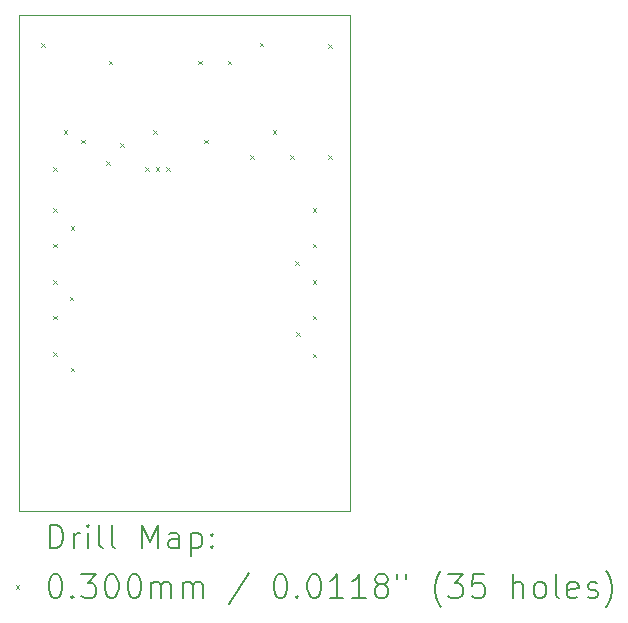
<source format=gbr>
%TF.GenerationSoftware,KiCad,Pcbnew,8.0.3*%
%TF.CreationDate,2024-07-14T16:13:25+03:00*%
%TF.ProjectId,TFT_Adapter,5446545f-4164-4617-9074-65722e6b6963,rev?*%
%TF.SameCoordinates,Original*%
%TF.FileFunction,Drillmap*%
%TF.FilePolarity,Positive*%
%FSLAX45Y45*%
G04 Gerber Fmt 4.5, Leading zero omitted, Abs format (unit mm)*
G04 Created by KiCad (PCBNEW 8.0.3) date 2024-07-14 16:13:25*
%MOMM*%
%LPD*%
G01*
G04 APERTURE LIST*
%ADD10C,0.050000*%
%ADD11C,0.200000*%
%ADD12C,0.100000*%
G04 APERTURE END LIST*
D10*
X13500000Y-5900000D02*
X16300000Y-5900000D01*
X16300000Y-10100000D01*
X13500000Y-10100000D01*
X13500000Y-5900000D01*
D11*
D12*
X13685000Y-6135000D02*
X13715000Y-6165000D01*
X13715000Y-6135000D02*
X13685000Y-6165000D01*
X13785000Y-7185000D02*
X13815000Y-7215000D01*
X13815000Y-7185000D02*
X13785000Y-7215000D01*
X13785000Y-7535000D02*
X13815000Y-7565000D01*
X13815000Y-7535000D02*
X13785000Y-7565000D01*
X13785000Y-7835000D02*
X13815000Y-7865000D01*
X13815000Y-7835000D02*
X13785000Y-7865000D01*
X13785000Y-8145000D02*
X13815000Y-8175000D01*
X13815000Y-8145000D02*
X13785000Y-8175000D01*
X13785000Y-8445000D02*
X13815000Y-8475000D01*
X13815000Y-8445000D02*
X13785000Y-8475000D01*
X13785000Y-8755000D02*
X13815000Y-8785000D01*
X13815000Y-8755000D02*
X13785000Y-8785000D01*
X13875000Y-6875000D02*
X13905000Y-6905000D01*
X13905000Y-6875000D02*
X13875000Y-6905000D01*
X13925000Y-8285000D02*
X13955000Y-8315000D01*
X13955000Y-8285000D02*
X13925000Y-8315000D01*
X13935000Y-7685000D02*
X13965000Y-7715000D01*
X13965000Y-7685000D02*
X13935000Y-7715000D01*
X13935000Y-8885000D02*
X13965000Y-8915000D01*
X13965000Y-8885000D02*
X13935000Y-8915000D01*
X14025000Y-6955000D02*
X14055000Y-6985000D01*
X14055000Y-6955000D02*
X14025000Y-6985000D01*
X14235000Y-7135000D02*
X14265000Y-7165000D01*
X14265000Y-7135000D02*
X14235000Y-7165000D01*
X14255000Y-6285000D02*
X14285000Y-6315000D01*
X14285000Y-6285000D02*
X14255000Y-6315000D01*
X14355000Y-6985000D02*
X14385000Y-7015000D01*
X14385000Y-6985000D02*
X14355000Y-7015000D01*
X14565000Y-7185000D02*
X14595000Y-7215000D01*
X14595000Y-7185000D02*
X14565000Y-7215000D01*
X14635000Y-6875000D02*
X14665000Y-6905000D01*
X14665000Y-6875000D02*
X14635000Y-6905000D01*
X14655000Y-7185000D02*
X14685000Y-7215000D01*
X14685000Y-7185000D02*
X14655000Y-7215000D01*
X14745000Y-7185000D02*
X14775000Y-7215000D01*
X14775000Y-7185000D02*
X14745000Y-7215000D01*
X15015000Y-6285000D02*
X15045000Y-6315000D01*
X15045000Y-6285000D02*
X15015000Y-6315000D01*
X15065000Y-6955000D02*
X15095000Y-6985000D01*
X15095000Y-6955000D02*
X15065000Y-6985000D01*
X15265000Y-6285000D02*
X15295000Y-6315000D01*
X15295000Y-6285000D02*
X15265000Y-6315000D01*
X15455000Y-7085000D02*
X15485000Y-7115000D01*
X15485000Y-7085000D02*
X15455000Y-7115000D01*
X15535000Y-6130950D02*
X15565000Y-6160950D01*
X15565000Y-6130950D02*
X15535000Y-6160950D01*
X15645000Y-6875000D02*
X15675000Y-6905000D01*
X15675000Y-6875000D02*
X15645000Y-6905000D01*
X15795000Y-7085000D02*
X15825000Y-7115000D01*
X15825000Y-7085000D02*
X15795000Y-7115000D01*
X15835000Y-7985000D02*
X15865000Y-8015000D01*
X15865000Y-7985000D02*
X15835000Y-8015000D01*
X15845000Y-8585000D02*
X15875000Y-8615000D01*
X15875000Y-8585000D02*
X15845000Y-8615000D01*
X15985000Y-7535000D02*
X16015000Y-7565000D01*
X16015000Y-7535000D02*
X15985000Y-7565000D01*
X15985000Y-7835000D02*
X16015000Y-7865000D01*
X16015000Y-7835000D02*
X15985000Y-7865000D01*
X15985000Y-8145000D02*
X16015000Y-8175000D01*
X16015000Y-8145000D02*
X15985000Y-8175000D01*
X15985000Y-8445000D02*
X16015000Y-8475000D01*
X16015000Y-8445000D02*
X15985000Y-8475000D01*
X15985000Y-8765000D02*
X16015000Y-8795000D01*
X16015000Y-8765000D02*
X15985000Y-8795000D01*
X16115000Y-6145000D02*
X16145000Y-6175000D01*
X16145000Y-6145000D02*
X16115000Y-6175000D01*
X16115000Y-7085000D02*
X16145000Y-7115000D01*
X16145000Y-7085000D02*
X16115000Y-7115000D01*
D11*
X13758277Y-10413984D02*
X13758277Y-10213984D01*
X13758277Y-10213984D02*
X13805896Y-10213984D01*
X13805896Y-10213984D02*
X13834467Y-10223508D01*
X13834467Y-10223508D02*
X13853515Y-10242555D01*
X13853515Y-10242555D02*
X13863039Y-10261603D01*
X13863039Y-10261603D02*
X13872562Y-10299698D01*
X13872562Y-10299698D02*
X13872562Y-10328270D01*
X13872562Y-10328270D02*
X13863039Y-10366365D01*
X13863039Y-10366365D02*
X13853515Y-10385412D01*
X13853515Y-10385412D02*
X13834467Y-10404460D01*
X13834467Y-10404460D02*
X13805896Y-10413984D01*
X13805896Y-10413984D02*
X13758277Y-10413984D01*
X13958277Y-10413984D02*
X13958277Y-10280650D01*
X13958277Y-10318746D02*
X13967801Y-10299698D01*
X13967801Y-10299698D02*
X13977324Y-10290174D01*
X13977324Y-10290174D02*
X13996372Y-10280650D01*
X13996372Y-10280650D02*
X14015420Y-10280650D01*
X14082086Y-10413984D02*
X14082086Y-10280650D01*
X14082086Y-10213984D02*
X14072562Y-10223508D01*
X14072562Y-10223508D02*
X14082086Y-10233031D01*
X14082086Y-10233031D02*
X14091610Y-10223508D01*
X14091610Y-10223508D02*
X14082086Y-10213984D01*
X14082086Y-10213984D02*
X14082086Y-10233031D01*
X14205896Y-10413984D02*
X14186848Y-10404460D01*
X14186848Y-10404460D02*
X14177324Y-10385412D01*
X14177324Y-10385412D02*
X14177324Y-10213984D01*
X14310658Y-10413984D02*
X14291610Y-10404460D01*
X14291610Y-10404460D02*
X14282086Y-10385412D01*
X14282086Y-10385412D02*
X14282086Y-10213984D01*
X14539229Y-10413984D02*
X14539229Y-10213984D01*
X14539229Y-10213984D02*
X14605896Y-10356841D01*
X14605896Y-10356841D02*
X14672562Y-10213984D01*
X14672562Y-10213984D02*
X14672562Y-10413984D01*
X14853515Y-10413984D02*
X14853515Y-10309222D01*
X14853515Y-10309222D02*
X14843991Y-10290174D01*
X14843991Y-10290174D02*
X14824943Y-10280650D01*
X14824943Y-10280650D02*
X14786848Y-10280650D01*
X14786848Y-10280650D02*
X14767801Y-10290174D01*
X14853515Y-10404460D02*
X14834467Y-10413984D01*
X14834467Y-10413984D02*
X14786848Y-10413984D01*
X14786848Y-10413984D02*
X14767801Y-10404460D01*
X14767801Y-10404460D02*
X14758277Y-10385412D01*
X14758277Y-10385412D02*
X14758277Y-10366365D01*
X14758277Y-10366365D02*
X14767801Y-10347317D01*
X14767801Y-10347317D02*
X14786848Y-10337793D01*
X14786848Y-10337793D02*
X14834467Y-10337793D01*
X14834467Y-10337793D02*
X14853515Y-10328270D01*
X14948753Y-10280650D02*
X14948753Y-10480650D01*
X14948753Y-10290174D02*
X14967801Y-10280650D01*
X14967801Y-10280650D02*
X15005896Y-10280650D01*
X15005896Y-10280650D02*
X15024943Y-10290174D01*
X15024943Y-10290174D02*
X15034467Y-10299698D01*
X15034467Y-10299698D02*
X15043991Y-10318746D01*
X15043991Y-10318746D02*
X15043991Y-10375889D01*
X15043991Y-10375889D02*
X15034467Y-10394936D01*
X15034467Y-10394936D02*
X15024943Y-10404460D01*
X15024943Y-10404460D02*
X15005896Y-10413984D01*
X15005896Y-10413984D02*
X14967801Y-10413984D01*
X14967801Y-10413984D02*
X14948753Y-10404460D01*
X15129705Y-10394936D02*
X15139229Y-10404460D01*
X15139229Y-10404460D02*
X15129705Y-10413984D01*
X15129705Y-10413984D02*
X15120182Y-10404460D01*
X15120182Y-10404460D02*
X15129705Y-10394936D01*
X15129705Y-10394936D02*
X15129705Y-10413984D01*
X15129705Y-10290174D02*
X15139229Y-10299698D01*
X15139229Y-10299698D02*
X15129705Y-10309222D01*
X15129705Y-10309222D02*
X15120182Y-10299698D01*
X15120182Y-10299698D02*
X15129705Y-10290174D01*
X15129705Y-10290174D02*
X15129705Y-10309222D01*
D12*
X13467500Y-10727500D02*
X13497500Y-10757500D01*
X13497500Y-10727500D02*
X13467500Y-10757500D01*
D11*
X13796372Y-10633984D02*
X13815420Y-10633984D01*
X13815420Y-10633984D02*
X13834467Y-10643508D01*
X13834467Y-10643508D02*
X13843991Y-10653031D01*
X13843991Y-10653031D02*
X13853515Y-10672079D01*
X13853515Y-10672079D02*
X13863039Y-10710174D01*
X13863039Y-10710174D02*
X13863039Y-10757793D01*
X13863039Y-10757793D02*
X13853515Y-10795889D01*
X13853515Y-10795889D02*
X13843991Y-10814936D01*
X13843991Y-10814936D02*
X13834467Y-10824460D01*
X13834467Y-10824460D02*
X13815420Y-10833984D01*
X13815420Y-10833984D02*
X13796372Y-10833984D01*
X13796372Y-10833984D02*
X13777324Y-10824460D01*
X13777324Y-10824460D02*
X13767801Y-10814936D01*
X13767801Y-10814936D02*
X13758277Y-10795889D01*
X13758277Y-10795889D02*
X13748753Y-10757793D01*
X13748753Y-10757793D02*
X13748753Y-10710174D01*
X13748753Y-10710174D02*
X13758277Y-10672079D01*
X13758277Y-10672079D02*
X13767801Y-10653031D01*
X13767801Y-10653031D02*
X13777324Y-10643508D01*
X13777324Y-10643508D02*
X13796372Y-10633984D01*
X13948753Y-10814936D02*
X13958277Y-10824460D01*
X13958277Y-10824460D02*
X13948753Y-10833984D01*
X13948753Y-10833984D02*
X13939229Y-10824460D01*
X13939229Y-10824460D02*
X13948753Y-10814936D01*
X13948753Y-10814936D02*
X13948753Y-10833984D01*
X14024943Y-10633984D02*
X14148753Y-10633984D01*
X14148753Y-10633984D02*
X14082086Y-10710174D01*
X14082086Y-10710174D02*
X14110658Y-10710174D01*
X14110658Y-10710174D02*
X14129705Y-10719698D01*
X14129705Y-10719698D02*
X14139229Y-10729222D01*
X14139229Y-10729222D02*
X14148753Y-10748270D01*
X14148753Y-10748270D02*
X14148753Y-10795889D01*
X14148753Y-10795889D02*
X14139229Y-10814936D01*
X14139229Y-10814936D02*
X14129705Y-10824460D01*
X14129705Y-10824460D02*
X14110658Y-10833984D01*
X14110658Y-10833984D02*
X14053515Y-10833984D01*
X14053515Y-10833984D02*
X14034467Y-10824460D01*
X14034467Y-10824460D02*
X14024943Y-10814936D01*
X14272562Y-10633984D02*
X14291610Y-10633984D01*
X14291610Y-10633984D02*
X14310658Y-10643508D01*
X14310658Y-10643508D02*
X14320182Y-10653031D01*
X14320182Y-10653031D02*
X14329705Y-10672079D01*
X14329705Y-10672079D02*
X14339229Y-10710174D01*
X14339229Y-10710174D02*
X14339229Y-10757793D01*
X14339229Y-10757793D02*
X14329705Y-10795889D01*
X14329705Y-10795889D02*
X14320182Y-10814936D01*
X14320182Y-10814936D02*
X14310658Y-10824460D01*
X14310658Y-10824460D02*
X14291610Y-10833984D01*
X14291610Y-10833984D02*
X14272562Y-10833984D01*
X14272562Y-10833984D02*
X14253515Y-10824460D01*
X14253515Y-10824460D02*
X14243991Y-10814936D01*
X14243991Y-10814936D02*
X14234467Y-10795889D01*
X14234467Y-10795889D02*
X14224943Y-10757793D01*
X14224943Y-10757793D02*
X14224943Y-10710174D01*
X14224943Y-10710174D02*
X14234467Y-10672079D01*
X14234467Y-10672079D02*
X14243991Y-10653031D01*
X14243991Y-10653031D02*
X14253515Y-10643508D01*
X14253515Y-10643508D02*
X14272562Y-10633984D01*
X14463039Y-10633984D02*
X14482086Y-10633984D01*
X14482086Y-10633984D02*
X14501134Y-10643508D01*
X14501134Y-10643508D02*
X14510658Y-10653031D01*
X14510658Y-10653031D02*
X14520182Y-10672079D01*
X14520182Y-10672079D02*
X14529705Y-10710174D01*
X14529705Y-10710174D02*
X14529705Y-10757793D01*
X14529705Y-10757793D02*
X14520182Y-10795889D01*
X14520182Y-10795889D02*
X14510658Y-10814936D01*
X14510658Y-10814936D02*
X14501134Y-10824460D01*
X14501134Y-10824460D02*
X14482086Y-10833984D01*
X14482086Y-10833984D02*
X14463039Y-10833984D01*
X14463039Y-10833984D02*
X14443991Y-10824460D01*
X14443991Y-10824460D02*
X14434467Y-10814936D01*
X14434467Y-10814936D02*
X14424943Y-10795889D01*
X14424943Y-10795889D02*
X14415420Y-10757793D01*
X14415420Y-10757793D02*
X14415420Y-10710174D01*
X14415420Y-10710174D02*
X14424943Y-10672079D01*
X14424943Y-10672079D02*
X14434467Y-10653031D01*
X14434467Y-10653031D02*
X14443991Y-10643508D01*
X14443991Y-10643508D02*
X14463039Y-10633984D01*
X14615420Y-10833984D02*
X14615420Y-10700650D01*
X14615420Y-10719698D02*
X14624943Y-10710174D01*
X14624943Y-10710174D02*
X14643991Y-10700650D01*
X14643991Y-10700650D02*
X14672563Y-10700650D01*
X14672563Y-10700650D02*
X14691610Y-10710174D01*
X14691610Y-10710174D02*
X14701134Y-10729222D01*
X14701134Y-10729222D02*
X14701134Y-10833984D01*
X14701134Y-10729222D02*
X14710658Y-10710174D01*
X14710658Y-10710174D02*
X14729705Y-10700650D01*
X14729705Y-10700650D02*
X14758277Y-10700650D01*
X14758277Y-10700650D02*
X14777324Y-10710174D01*
X14777324Y-10710174D02*
X14786848Y-10729222D01*
X14786848Y-10729222D02*
X14786848Y-10833984D01*
X14882086Y-10833984D02*
X14882086Y-10700650D01*
X14882086Y-10719698D02*
X14891610Y-10710174D01*
X14891610Y-10710174D02*
X14910658Y-10700650D01*
X14910658Y-10700650D02*
X14939229Y-10700650D01*
X14939229Y-10700650D02*
X14958277Y-10710174D01*
X14958277Y-10710174D02*
X14967801Y-10729222D01*
X14967801Y-10729222D02*
X14967801Y-10833984D01*
X14967801Y-10729222D02*
X14977324Y-10710174D01*
X14977324Y-10710174D02*
X14996372Y-10700650D01*
X14996372Y-10700650D02*
X15024943Y-10700650D01*
X15024943Y-10700650D02*
X15043991Y-10710174D01*
X15043991Y-10710174D02*
X15053515Y-10729222D01*
X15053515Y-10729222D02*
X15053515Y-10833984D01*
X15443991Y-10624460D02*
X15272563Y-10881603D01*
X15701134Y-10633984D02*
X15720182Y-10633984D01*
X15720182Y-10633984D02*
X15739229Y-10643508D01*
X15739229Y-10643508D02*
X15748753Y-10653031D01*
X15748753Y-10653031D02*
X15758277Y-10672079D01*
X15758277Y-10672079D02*
X15767801Y-10710174D01*
X15767801Y-10710174D02*
X15767801Y-10757793D01*
X15767801Y-10757793D02*
X15758277Y-10795889D01*
X15758277Y-10795889D02*
X15748753Y-10814936D01*
X15748753Y-10814936D02*
X15739229Y-10824460D01*
X15739229Y-10824460D02*
X15720182Y-10833984D01*
X15720182Y-10833984D02*
X15701134Y-10833984D01*
X15701134Y-10833984D02*
X15682086Y-10824460D01*
X15682086Y-10824460D02*
X15672563Y-10814936D01*
X15672563Y-10814936D02*
X15663039Y-10795889D01*
X15663039Y-10795889D02*
X15653515Y-10757793D01*
X15653515Y-10757793D02*
X15653515Y-10710174D01*
X15653515Y-10710174D02*
X15663039Y-10672079D01*
X15663039Y-10672079D02*
X15672563Y-10653031D01*
X15672563Y-10653031D02*
X15682086Y-10643508D01*
X15682086Y-10643508D02*
X15701134Y-10633984D01*
X15853515Y-10814936D02*
X15863039Y-10824460D01*
X15863039Y-10824460D02*
X15853515Y-10833984D01*
X15853515Y-10833984D02*
X15843991Y-10824460D01*
X15843991Y-10824460D02*
X15853515Y-10814936D01*
X15853515Y-10814936D02*
X15853515Y-10833984D01*
X15986848Y-10633984D02*
X16005896Y-10633984D01*
X16005896Y-10633984D02*
X16024944Y-10643508D01*
X16024944Y-10643508D02*
X16034467Y-10653031D01*
X16034467Y-10653031D02*
X16043991Y-10672079D01*
X16043991Y-10672079D02*
X16053515Y-10710174D01*
X16053515Y-10710174D02*
X16053515Y-10757793D01*
X16053515Y-10757793D02*
X16043991Y-10795889D01*
X16043991Y-10795889D02*
X16034467Y-10814936D01*
X16034467Y-10814936D02*
X16024944Y-10824460D01*
X16024944Y-10824460D02*
X16005896Y-10833984D01*
X16005896Y-10833984D02*
X15986848Y-10833984D01*
X15986848Y-10833984D02*
X15967801Y-10824460D01*
X15967801Y-10824460D02*
X15958277Y-10814936D01*
X15958277Y-10814936D02*
X15948753Y-10795889D01*
X15948753Y-10795889D02*
X15939229Y-10757793D01*
X15939229Y-10757793D02*
X15939229Y-10710174D01*
X15939229Y-10710174D02*
X15948753Y-10672079D01*
X15948753Y-10672079D02*
X15958277Y-10653031D01*
X15958277Y-10653031D02*
X15967801Y-10643508D01*
X15967801Y-10643508D02*
X15986848Y-10633984D01*
X16243991Y-10833984D02*
X16129706Y-10833984D01*
X16186848Y-10833984D02*
X16186848Y-10633984D01*
X16186848Y-10633984D02*
X16167801Y-10662555D01*
X16167801Y-10662555D02*
X16148753Y-10681603D01*
X16148753Y-10681603D02*
X16129706Y-10691127D01*
X16434467Y-10833984D02*
X16320182Y-10833984D01*
X16377325Y-10833984D02*
X16377325Y-10633984D01*
X16377325Y-10633984D02*
X16358277Y-10662555D01*
X16358277Y-10662555D02*
X16339229Y-10681603D01*
X16339229Y-10681603D02*
X16320182Y-10691127D01*
X16548753Y-10719698D02*
X16529706Y-10710174D01*
X16529706Y-10710174D02*
X16520182Y-10700650D01*
X16520182Y-10700650D02*
X16510658Y-10681603D01*
X16510658Y-10681603D02*
X16510658Y-10672079D01*
X16510658Y-10672079D02*
X16520182Y-10653031D01*
X16520182Y-10653031D02*
X16529706Y-10643508D01*
X16529706Y-10643508D02*
X16548753Y-10633984D01*
X16548753Y-10633984D02*
X16586848Y-10633984D01*
X16586848Y-10633984D02*
X16605896Y-10643508D01*
X16605896Y-10643508D02*
X16615420Y-10653031D01*
X16615420Y-10653031D02*
X16624944Y-10672079D01*
X16624944Y-10672079D02*
X16624944Y-10681603D01*
X16624944Y-10681603D02*
X16615420Y-10700650D01*
X16615420Y-10700650D02*
X16605896Y-10710174D01*
X16605896Y-10710174D02*
X16586848Y-10719698D01*
X16586848Y-10719698D02*
X16548753Y-10719698D01*
X16548753Y-10719698D02*
X16529706Y-10729222D01*
X16529706Y-10729222D02*
X16520182Y-10738746D01*
X16520182Y-10738746D02*
X16510658Y-10757793D01*
X16510658Y-10757793D02*
X16510658Y-10795889D01*
X16510658Y-10795889D02*
X16520182Y-10814936D01*
X16520182Y-10814936D02*
X16529706Y-10824460D01*
X16529706Y-10824460D02*
X16548753Y-10833984D01*
X16548753Y-10833984D02*
X16586848Y-10833984D01*
X16586848Y-10833984D02*
X16605896Y-10824460D01*
X16605896Y-10824460D02*
X16615420Y-10814936D01*
X16615420Y-10814936D02*
X16624944Y-10795889D01*
X16624944Y-10795889D02*
X16624944Y-10757793D01*
X16624944Y-10757793D02*
X16615420Y-10738746D01*
X16615420Y-10738746D02*
X16605896Y-10729222D01*
X16605896Y-10729222D02*
X16586848Y-10719698D01*
X16701134Y-10633984D02*
X16701134Y-10672079D01*
X16777325Y-10633984D02*
X16777325Y-10672079D01*
X17072563Y-10910174D02*
X17063039Y-10900650D01*
X17063039Y-10900650D02*
X17043991Y-10872079D01*
X17043991Y-10872079D02*
X17034468Y-10853031D01*
X17034468Y-10853031D02*
X17024944Y-10824460D01*
X17024944Y-10824460D02*
X17015420Y-10776841D01*
X17015420Y-10776841D02*
X17015420Y-10738746D01*
X17015420Y-10738746D02*
X17024944Y-10691127D01*
X17024944Y-10691127D02*
X17034468Y-10662555D01*
X17034468Y-10662555D02*
X17043991Y-10643508D01*
X17043991Y-10643508D02*
X17063039Y-10614936D01*
X17063039Y-10614936D02*
X17072563Y-10605412D01*
X17129706Y-10633984D02*
X17253515Y-10633984D01*
X17253515Y-10633984D02*
X17186849Y-10710174D01*
X17186849Y-10710174D02*
X17215420Y-10710174D01*
X17215420Y-10710174D02*
X17234468Y-10719698D01*
X17234468Y-10719698D02*
X17243991Y-10729222D01*
X17243991Y-10729222D02*
X17253515Y-10748270D01*
X17253515Y-10748270D02*
X17253515Y-10795889D01*
X17253515Y-10795889D02*
X17243991Y-10814936D01*
X17243991Y-10814936D02*
X17234468Y-10824460D01*
X17234468Y-10824460D02*
X17215420Y-10833984D01*
X17215420Y-10833984D02*
X17158277Y-10833984D01*
X17158277Y-10833984D02*
X17139230Y-10824460D01*
X17139230Y-10824460D02*
X17129706Y-10814936D01*
X17434468Y-10633984D02*
X17339230Y-10633984D01*
X17339230Y-10633984D02*
X17329706Y-10729222D01*
X17329706Y-10729222D02*
X17339230Y-10719698D01*
X17339230Y-10719698D02*
X17358277Y-10710174D01*
X17358277Y-10710174D02*
X17405896Y-10710174D01*
X17405896Y-10710174D02*
X17424944Y-10719698D01*
X17424944Y-10719698D02*
X17434468Y-10729222D01*
X17434468Y-10729222D02*
X17443991Y-10748270D01*
X17443991Y-10748270D02*
X17443991Y-10795889D01*
X17443991Y-10795889D02*
X17434468Y-10814936D01*
X17434468Y-10814936D02*
X17424944Y-10824460D01*
X17424944Y-10824460D02*
X17405896Y-10833984D01*
X17405896Y-10833984D02*
X17358277Y-10833984D01*
X17358277Y-10833984D02*
X17339230Y-10824460D01*
X17339230Y-10824460D02*
X17329706Y-10814936D01*
X17682087Y-10833984D02*
X17682087Y-10633984D01*
X17767801Y-10833984D02*
X17767801Y-10729222D01*
X17767801Y-10729222D02*
X17758277Y-10710174D01*
X17758277Y-10710174D02*
X17739230Y-10700650D01*
X17739230Y-10700650D02*
X17710658Y-10700650D01*
X17710658Y-10700650D02*
X17691611Y-10710174D01*
X17691611Y-10710174D02*
X17682087Y-10719698D01*
X17891611Y-10833984D02*
X17872563Y-10824460D01*
X17872563Y-10824460D02*
X17863039Y-10814936D01*
X17863039Y-10814936D02*
X17853515Y-10795889D01*
X17853515Y-10795889D02*
X17853515Y-10738746D01*
X17853515Y-10738746D02*
X17863039Y-10719698D01*
X17863039Y-10719698D02*
X17872563Y-10710174D01*
X17872563Y-10710174D02*
X17891611Y-10700650D01*
X17891611Y-10700650D02*
X17920182Y-10700650D01*
X17920182Y-10700650D02*
X17939230Y-10710174D01*
X17939230Y-10710174D02*
X17948753Y-10719698D01*
X17948753Y-10719698D02*
X17958277Y-10738746D01*
X17958277Y-10738746D02*
X17958277Y-10795889D01*
X17958277Y-10795889D02*
X17948753Y-10814936D01*
X17948753Y-10814936D02*
X17939230Y-10824460D01*
X17939230Y-10824460D02*
X17920182Y-10833984D01*
X17920182Y-10833984D02*
X17891611Y-10833984D01*
X18072563Y-10833984D02*
X18053515Y-10824460D01*
X18053515Y-10824460D02*
X18043992Y-10805412D01*
X18043992Y-10805412D02*
X18043992Y-10633984D01*
X18224944Y-10824460D02*
X18205896Y-10833984D01*
X18205896Y-10833984D02*
X18167801Y-10833984D01*
X18167801Y-10833984D02*
X18148753Y-10824460D01*
X18148753Y-10824460D02*
X18139230Y-10805412D01*
X18139230Y-10805412D02*
X18139230Y-10729222D01*
X18139230Y-10729222D02*
X18148753Y-10710174D01*
X18148753Y-10710174D02*
X18167801Y-10700650D01*
X18167801Y-10700650D02*
X18205896Y-10700650D01*
X18205896Y-10700650D02*
X18224944Y-10710174D01*
X18224944Y-10710174D02*
X18234468Y-10729222D01*
X18234468Y-10729222D02*
X18234468Y-10748270D01*
X18234468Y-10748270D02*
X18139230Y-10767317D01*
X18310658Y-10824460D02*
X18329706Y-10833984D01*
X18329706Y-10833984D02*
X18367801Y-10833984D01*
X18367801Y-10833984D02*
X18386849Y-10824460D01*
X18386849Y-10824460D02*
X18396373Y-10805412D01*
X18396373Y-10805412D02*
X18396373Y-10795889D01*
X18396373Y-10795889D02*
X18386849Y-10776841D01*
X18386849Y-10776841D02*
X18367801Y-10767317D01*
X18367801Y-10767317D02*
X18339230Y-10767317D01*
X18339230Y-10767317D02*
X18320182Y-10757793D01*
X18320182Y-10757793D02*
X18310658Y-10738746D01*
X18310658Y-10738746D02*
X18310658Y-10729222D01*
X18310658Y-10729222D02*
X18320182Y-10710174D01*
X18320182Y-10710174D02*
X18339230Y-10700650D01*
X18339230Y-10700650D02*
X18367801Y-10700650D01*
X18367801Y-10700650D02*
X18386849Y-10710174D01*
X18463039Y-10910174D02*
X18472563Y-10900650D01*
X18472563Y-10900650D02*
X18491611Y-10872079D01*
X18491611Y-10872079D02*
X18501134Y-10853031D01*
X18501134Y-10853031D02*
X18510658Y-10824460D01*
X18510658Y-10824460D02*
X18520182Y-10776841D01*
X18520182Y-10776841D02*
X18520182Y-10738746D01*
X18520182Y-10738746D02*
X18510658Y-10691127D01*
X18510658Y-10691127D02*
X18501134Y-10662555D01*
X18501134Y-10662555D02*
X18491611Y-10643508D01*
X18491611Y-10643508D02*
X18472563Y-10614936D01*
X18472563Y-10614936D02*
X18463039Y-10605412D01*
M02*

</source>
